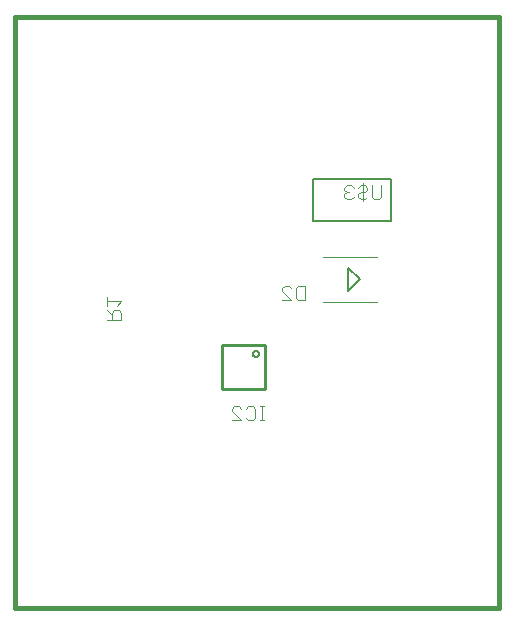
<source format=gbo>
G75*
%MOIN*%
%OFA0B0*%
%FSLAX24Y24*%
%IPPOS*%
%LPD*%
%AMOC8*
5,1,8,0,0,1.08239X$1,22.5*
%
%ADD10C,0.0160*%
%ADD11C,0.0080*%
%ADD12C,0.0040*%
%ADD13C,0.0100*%
%ADD14C,0.0060*%
D10*
X002057Y000180D02*
X018199Y000180D01*
X018199Y019865D01*
X002057Y019865D01*
X002057Y000180D01*
D11*
X013162Y010731D02*
X013162Y011519D01*
X013565Y011125D01*
X013162Y010731D01*
X012007Y013063D02*
X014587Y013063D01*
X014587Y014463D01*
X012007Y014463D01*
X012007Y013063D01*
D12*
X013049Y013879D02*
X013126Y013803D01*
X013280Y013803D01*
X013356Y013879D01*
X013510Y013879D02*
X013510Y013956D01*
X013587Y014033D01*
X013740Y014033D01*
X013817Y014110D01*
X013817Y014186D01*
X013740Y014263D01*
X013587Y014263D01*
X013510Y014186D01*
X013356Y014186D02*
X013280Y014263D01*
X013126Y014263D01*
X013049Y014186D01*
X013049Y014110D01*
X013126Y014033D01*
X013049Y013956D01*
X013049Y013879D01*
X013126Y014033D02*
X013203Y014033D01*
X013510Y013879D02*
X013587Y013803D01*
X013740Y013803D01*
X013817Y013879D01*
X013970Y013879D02*
X013970Y014263D01*
X014277Y014263D02*
X014277Y013879D01*
X014200Y013803D01*
X014047Y013803D01*
X013970Y013879D01*
X013663Y013726D02*
X013663Y014340D01*
X014128Y011875D02*
X012348Y011875D01*
X011745Y010900D02*
X011515Y010900D01*
X011438Y010823D01*
X011438Y010516D01*
X011515Y010440D01*
X011745Y010440D01*
X011745Y010900D01*
X011285Y010823D02*
X011208Y010900D01*
X011055Y010900D01*
X010978Y010823D01*
X010978Y010747D01*
X011285Y010440D01*
X010978Y010440D01*
X012348Y010375D02*
X014128Y010375D01*
X010375Y006897D02*
X010221Y006897D01*
X010298Y006897D02*
X010298Y006436D01*
X010375Y006436D02*
X010221Y006436D01*
X010068Y006513D02*
X009991Y006436D01*
X009838Y006436D01*
X009761Y006513D01*
X009608Y006436D02*
X009301Y006743D01*
X009301Y006820D01*
X009377Y006897D01*
X009531Y006897D01*
X009608Y006820D01*
X009761Y006820D02*
X009838Y006897D01*
X009991Y006897D01*
X010068Y006820D01*
X010068Y006513D01*
X009608Y006436D02*
X009301Y006436D01*
X005612Y009785D02*
X005612Y010015D01*
X005535Y010092D01*
X005382Y010092D01*
X005305Y010015D01*
X005305Y009785D01*
X005152Y009785D02*
X005612Y009785D01*
X005305Y009939D02*
X005152Y010092D01*
X005152Y010246D02*
X005152Y010552D01*
X005152Y010399D02*
X005612Y010399D01*
X005459Y010246D01*
D13*
X008985Y008922D02*
X008985Y007462D01*
X010405Y007462D01*
X010405Y008922D01*
X008985Y008922D01*
D14*
X009995Y008642D02*
X009997Y008662D01*
X010003Y008680D01*
X010012Y008698D01*
X010024Y008713D01*
X010039Y008725D01*
X010057Y008734D01*
X010075Y008740D01*
X010095Y008742D01*
X010115Y008740D01*
X010133Y008734D01*
X010151Y008725D01*
X010166Y008713D01*
X010178Y008698D01*
X010187Y008680D01*
X010193Y008662D01*
X010195Y008642D01*
X010193Y008622D01*
X010187Y008604D01*
X010178Y008586D01*
X010166Y008571D01*
X010151Y008559D01*
X010133Y008550D01*
X010115Y008544D01*
X010095Y008542D01*
X010075Y008544D01*
X010057Y008550D01*
X010039Y008559D01*
X010024Y008571D01*
X010012Y008586D01*
X010003Y008604D01*
X009997Y008622D01*
X009995Y008642D01*
M02*

</source>
